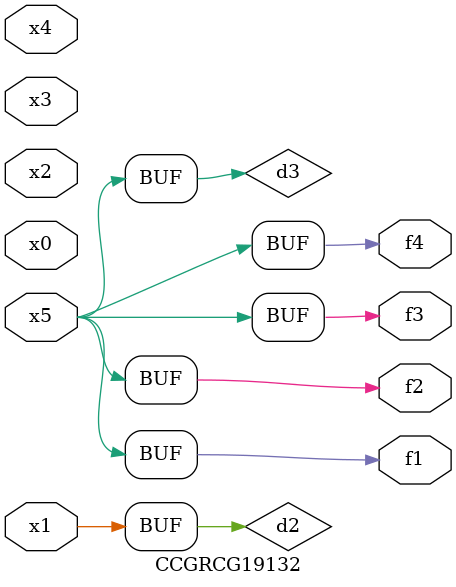
<source format=v>
module CCGRCG19132(
	input x0, x1, x2, x3, x4, x5,
	output f1, f2, f3, f4
);

	wire d1, d2, d3;

	not (d1, x5);
	or (d2, x1);
	xnor (d3, d1);
	assign f1 = d3;
	assign f2 = d3;
	assign f3 = d3;
	assign f4 = d3;
endmodule

</source>
